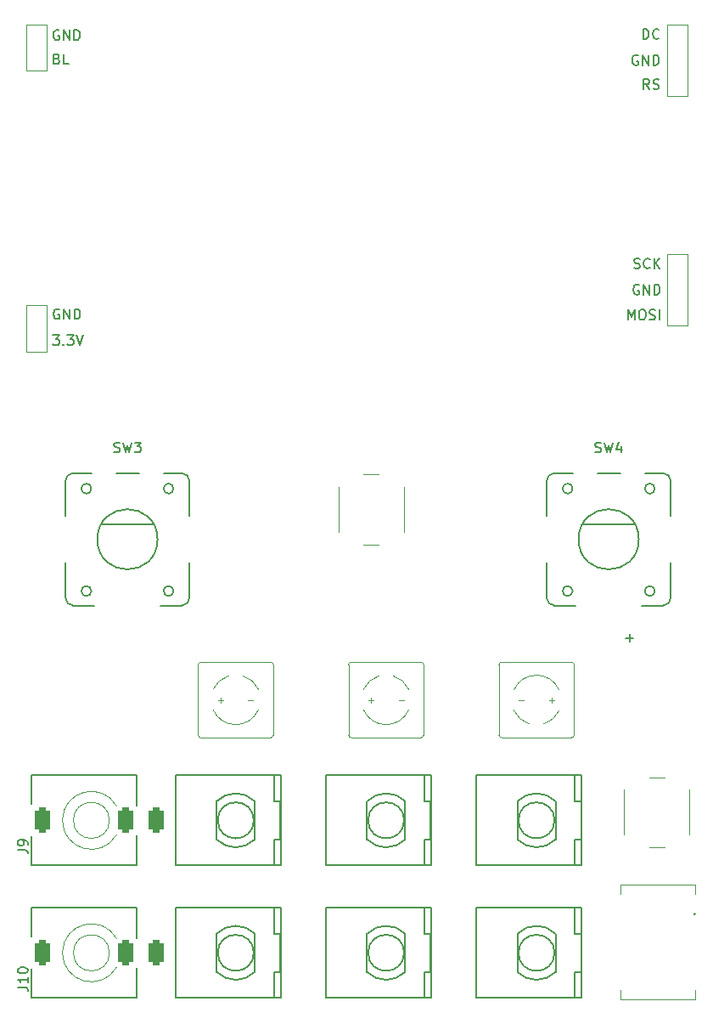
<source format=gbr>
%TF.GenerationSoftware,KiCad,Pcbnew,8.0.8*%
%TF.CreationDate,2025-04-14T15:03:00+01:00*%
%TF.ProjectId,oscar_components,6f736361-725f-4636-9f6d-706f6e656e74,rev?*%
%TF.SameCoordinates,Original*%
%TF.FileFunction,Legend,Top*%
%TF.FilePolarity,Positive*%
%FSLAX46Y46*%
G04 Gerber Fmt 4.6, Leading zero omitted, Abs format (unit mm)*
G04 Created by KiCad (PCBNEW 8.0.8) date 2025-04-14 15:03:00*
%MOMM*%
%LPD*%
G01*
G04 APERTURE LIST*
G04 Aperture macros list*
%AMRoundRect*
0 Rectangle with rounded corners*
0 $1 Rounding radius*
0 $2 $3 $4 $5 $6 $7 $8 $9 X,Y pos of 4 corners*
0 Add a 4 corners polygon primitive as box body*
4,1,4,$2,$3,$4,$5,$6,$7,$8,$9,$2,$3,0*
0 Add four circle primitives for the rounded corners*
1,1,$1+$1,$2,$3*
1,1,$1+$1,$4,$5*
1,1,$1+$1,$6,$7*
1,1,$1+$1,$8,$9*
0 Add four rect primitives between the rounded corners*
20,1,$1+$1,$2,$3,$4,$5,0*
20,1,$1+$1,$4,$5,$6,$7,0*
20,1,$1+$1,$6,$7,$8,$9,0*
20,1,$1+$1,$8,$9,$2,$3,0*%
G04 Aperture macros list end*
%ADD10C,0.150000*%
%ADD11C,0.200000*%
%ADD12C,0.120000*%
%ADD13C,0.100000*%
%ADD14C,2.500000*%
%ADD15R,1.000000X2.500000*%
%ADD16C,1.750000*%
%ADD17O,4.000000X4.000000*%
%ADD18R,1.500000X1.500000*%
%ADD19C,1.500000*%
%ADD20RoundRect,0.375000X0.375000X-0.925000X0.375000X0.925000X-0.375000X0.925000X-0.375000X-0.925000X0*%
%ADD21C,2.000000*%
%ADD22C,1.000000*%
%ADD23C,1.524000*%
%ADD24O,0.400000X0.600000*%
%ADD25R,1.400000X0.270000*%
%ADD26O,1.000000X1.500000*%
%ADD27R,1.700000X1.700000*%
%ADD28C,1.700000*%
%ADD29O,1.700000X1.700000*%
G04 APERTURE END LIST*
D10*
X160919048Y-113823866D02*
X161680953Y-113823866D01*
X161300000Y-114204819D02*
X161300000Y-113442914D01*
D11*
X157866667Y-95304600D02*
X158009524Y-95352219D01*
X158009524Y-95352219D02*
X158247619Y-95352219D01*
X158247619Y-95352219D02*
X158342857Y-95304600D01*
X158342857Y-95304600D02*
X158390476Y-95256980D01*
X158390476Y-95256980D02*
X158438095Y-95161742D01*
X158438095Y-95161742D02*
X158438095Y-95066504D01*
X158438095Y-95066504D02*
X158390476Y-94971266D01*
X158390476Y-94971266D02*
X158342857Y-94923647D01*
X158342857Y-94923647D02*
X158247619Y-94876028D01*
X158247619Y-94876028D02*
X158057143Y-94828409D01*
X158057143Y-94828409D02*
X157961905Y-94780790D01*
X157961905Y-94780790D02*
X157914286Y-94733171D01*
X157914286Y-94733171D02*
X157866667Y-94637933D01*
X157866667Y-94637933D02*
X157866667Y-94542695D01*
X157866667Y-94542695D02*
X157914286Y-94447457D01*
X157914286Y-94447457D02*
X157961905Y-94399838D01*
X157961905Y-94399838D02*
X158057143Y-94352219D01*
X158057143Y-94352219D02*
X158295238Y-94352219D01*
X158295238Y-94352219D02*
X158438095Y-94399838D01*
X158771429Y-94352219D02*
X159009524Y-95352219D01*
X159009524Y-95352219D02*
X159200000Y-94637933D01*
X159200000Y-94637933D02*
X159390476Y-95352219D01*
X159390476Y-95352219D02*
X159628572Y-94352219D01*
X160438095Y-94685552D02*
X160438095Y-95352219D01*
X160200000Y-94304600D02*
X159961905Y-95018885D01*
X159961905Y-95018885D02*
X160580952Y-95018885D01*
X109866667Y-95304600D02*
X110009524Y-95352219D01*
X110009524Y-95352219D02*
X110247619Y-95352219D01*
X110247619Y-95352219D02*
X110342857Y-95304600D01*
X110342857Y-95304600D02*
X110390476Y-95256980D01*
X110390476Y-95256980D02*
X110438095Y-95161742D01*
X110438095Y-95161742D02*
X110438095Y-95066504D01*
X110438095Y-95066504D02*
X110390476Y-94971266D01*
X110390476Y-94971266D02*
X110342857Y-94923647D01*
X110342857Y-94923647D02*
X110247619Y-94876028D01*
X110247619Y-94876028D02*
X110057143Y-94828409D01*
X110057143Y-94828409D02*
X109961905Y-94780790D01*
X109961905Y-94780790D02*
X109914286Y-94733171D01*
X109914286Y-94733171D02*
X109866667Y-94637933D01*
X109866667Y-94637933D02*
X109866667Y-94542695D01*
X109866667Y-94542695D02*
X109914286Y-94447457D01*
X109914286Y-94447457D02*
X109961905Y-94399838D01*
X109961905Y-94399838D02*
X110057143Y-94352219D01*
X110057143Y-94352219D02*
X110295238Y-94352219D01*
X110295238Y-94352219D02*
X110438095Y-94399838D01*
X110771429Y-94352219D02*
X111009524Y-95352219D01*
X111009524Y-95352219D02*
X111200000Y-94637933D01*
X111200000Y-94637933D02*
X111390476Y-95352219D01*
X111390476Y-95352219D02*
X111628572Y-94352219D01*
X111914286Y-94352219D02*
X112533333Y-94352219D01*
X112533333Y-94352219D02*
X112200000Y-94733171D01*
X112200000Y-94733171D02*
X112342857Y-94733171D01*
X112342857Y-94733171D02*
X112438095Y-94780790D01*
X112438095Y-94780790D02*
X112485714Y-94828409D01*
X112485714Y-94828409D02*
X112533333Y-94923647D01*
X112533333Y-94923647D02*
X112533333Y-95161742D01*
X112533333Y-95161742D02*
X112485714Y-95256980D01*
X112485714Y-95256980D02*
X112438095Y-95304600D01*
X112438095Y-95304600D02*
X112342857Y-95352219D01*
X112342857Y-95352219D02*
X112057143Y-95352219D01*
X112057143Y-95352219D02*
X111961905Y-95304600D01*
X111961905Y-95304600D02*
X111914286Y-95256980D01*
D10*
X161741792Y-76967200D02*
X161884649Y-77014819D01*
X161884649Y-77014819D02*
X162122744Y-77014819D01*
X162122744Y-77014819D02*
X162217982Y-76967200D01*
X162217982Y-76967200D02*
X162265601Y-76919580D01*
X162265601Y-76919580D02*
X162313220Y-76824342D01*
X162313220Y-76824342D02*
X162313220Y-76729104D01*
X162313220Y-76729104D02*
X162265601Y-76633866D01*
X162265601Y-76633866D02*
X162217982Y-76586247D01*
X162217982Y-76586247D02*
X162122744Y-76538628D01*
X162122744Y-76538628D02*
X161932268Y-76491009D01*
X161932268Y-76491009D02*
X161837030Y-76443390D01*
X161837030Y-76443390D02*
X161789411Y-76395771D01*
X161789411Y-76395771D02*
X161741792Y-76300533D01*
X161741792Y-76300533D02*
X161741792Y-76205295D01*
X161741792Y-76205295D02*
X161789411Y-76110057D01*
X161789411Y-76110057D02*
X161837030Y-76062438D01*
X161837030Y-76062438D02*
X161932268Y-76014819D01*
X161932268Y-76014819D02*
X162170363Y-76014819D01*
X162170363Y-76014819D02*
X162313220Y-76062438D01*
X163313220Y-76919580D02*
X163265601Y-76967200D01*
X163265601Y-76967200D02*
X163122744Y-77014819D01*
X163122744Y-77014819D02*
X163027506Y-77014819D01*
X163027506Y-77014819D02*
X162884649Y-76967200D01*
X162884649Y-76967200D02*
X162789411Y-76871961D01*
X162789411Y-76871961D02*
X162741792Y-76776723D01*
X162741792Y-76776723D02*
X162694173Y-76586247D01*
X162694173Y-76586247D02*
X162694173Y-76443390D01*
X162694173Y-76443390D02*
X162741792Y-76252914D01*
X162741792Y-76252914D02*
X162789411Y-76157676D01*
X162789411Y-76157676D02*
X162884649Y-76062438D01*
X162884649Y-76062438D02*
X163027506Y-76014819D01*
X163027506Y-76014819D02*
X163122744Y-76014819D01*
X163122744Y-76014819D02*
X163265601Y-76062438D01*
X163265601Y-76062438D02*
X163313220Y-76110057D01*
X163741792Y-77014819D02*
X163741792Y-76014819D01*
X164313220Y-77014819D02*
X163884649Y-76443390D01*
X164313220Y-76014819D02*
X163741792Y-76586247D01*
X162112969Y-55802438D02*
X162017731Y-55754819D01*
X162017731Y-55754819D02*
X161874874Y-55754819D01*
X161874874Y-55754819D02*
X161732017Y-55802438D01*
X161732017Y-55802438D02*
X161636779Y-55897676D01*
X161636779Y-55897676D02*
X161589160Y-55992914D01*
X161589160Y-55992914D02*
X161541541Y-56183390D01*
X161541541Y-56183390D02*
X161541541Y-56326247D01*
X161541541Y-56326247D02*
X161589160Y-56516723D01*
X161589160Y-56516723D02*
X161636779Y-56611961D01*
X161636779Y-56611961D02*
X161732017Y-56707200D01*
X161732017Y-56707200D02*
X161874874Y-56754819D01*
X161874874Y-56754819D02*
X161970112Y-56754819D01*
X161970112Y-56754819D02*
X162112969Y-56707200D01*
X162112969Y-56707200D02*
X162160588Y-56659580D01*
X162160588Y-56659580D02*
X162160588Y-56326247D01*
X162160588Y-56326247D02*
X161970112Y-56326247D01*
X162589160Y-56754819D02*
X162589160Y-55754819D01*
X162589160Y-55754819D02*
X163160588Y-56754819D01*
X163160588Y-56754819D02*
X163160588Y-55754819D01*
X163636779Y-56754819D02*
X163636779Y-55754819D01*
X163636779Y-55754819D02*
X163874874Y-55754819D01*
X163874874Y-55754819D02*
X164017731Y-55802438D01*
X164017731Y-55802438D02*
X164112969Y-55897676D01*
X164112969Y-55897676D02*
X164160588Y-55992914D01*
X164160588Y-55992914D02*
X164208207Y-56183390D01*
X164208207Y-56183390D02*
X164208207Y-56326247D01*
X164208207Y-56326247D02*
X164160588Y-56516723D01*
X164160588Y-56516723D02*
X164112969Y-56611961D01*
X164112969Y-56611961D02*
X164017731Y-56707200D01*
X164017731Y-56707200D02*
X163874874Y-56754819D01*
X163874874Y-56754819D02*
X163636779Y-56754819D01*
X162217982Y-78662438D02*
X162122744Y-78614819D01*
X162122744Y-78614819D02*
X161979887Y-78614819D01*
X161979887Y-78614819D02*
X161837030Y-78662438D01*
X161837030Y-78662438D02*
X161741792Y-78757676D01*
X161741792Y-78757676D02*
X161694173Y-78852914D01*
X161694173Y-78852914D02*
X161646554Y-79043390D01*
X161646554Y-79043390D02*
X161646554Y-79186247D01*
X161646554Y-79186247D02*
X161694173Y-79376723D01*
X161694173Y-79376723D02*
X161741792Y-79471961D01*
X161741792Y-79471961D02*
X161837030Y-79567200D01*
X161837030Y-79567200D02*
X161979887Y-79614819D01*
X161979887Y-79614819D02*
X162075125Y-79614819D01*
X162075125Y-79614819D02*
X162217982Y-79567200D01*
X162217982Y-79567200D02*
X162265601Y-79519580D01*
X162265601Y-79519580D02*
X162265601Y-79186247D01*
X162265601Y-79186247D02*
X162075125Y-79186247D01*
X162694173Y-79614819D02*
X162694173Y-78614819D01*
X162694173Y-78614819D02*
X163265601Y-79614819D01*
X163265601Y-79614819D02*
X163265601Y-78614819D01*
X163741792Y-79614819D02*
X163741792Y-78614819D01*
X163741792Y-78614819D02*
X163979887Y-78614819D01*
X163979887Y-78614819D02*
X164122744Y-78662438D01*
X164122744Y-78662438D02*
X164217982Y-78757676D01*
X164217982Y-78757676D02*
X164265601Y-78852914D01*
X164265601Y-78852914D02*
X164313220Y-79043390D01*
X164313220Y-79043390D02*
X164313220Y-79186247D01*
X164313220Y-79186247D02*
X164265601Y-79376723D01*
X164265601Y-79376723D02*
X164217982Y-79471961D01*
X164217982Y-79471961D02*
X164122744Y-79567200D01*
X164122744Y-79567200D02*
X163979887Y-79614819D01*
X163979887Y-79614819D02*
X163741792Y-79614819D01*
X104386904Y-81102438D02*
X104291666Y-81054819D01*
X104291666Y-81054819D02*
X104148809Y-81054819D01*
X104148809Y-81054819D02*
X104005952Y-81102438D01*
X104005952Y-81102438D02*
X103910714Y-81197676D01*
X103910714Y-81197676D02*
X103863095Y-81292914D01*
X103863095Y-81292914D02*
X103815476Y-81483390D01*
X103815476Y-81483390D02*
X103815476Y-81626247D01*
X103815476Y-81626247D02*
X103863095Y-81816723D01*
X103863095Y-81816723D02*
X103910714Y-81911961D01*
X103910714Y-81911961D02*
X104005952Y-82007200D01*
X104005952Y-82007200D02*
X104148809Y-82054819D01*
X104148809Y-82054819D02*
X104244047Y-82054819D01*
X104244047Y-82054819D02*
X104386904Y-82007200D01*
X104386904Y-82007200D02*
X104434523Y-81959580D01*
X104434523Y-81959580D02*
X104434523Y-81626247D01*
X104434523Y-81626247D02*
X104244047Y-81626247D01*
X104863095Y-82054819D02*
X104863095Y-81054819D01*
X104863095Y-81054819D02*
X105434523Y-82054819D01*
X105434523Y-82054819D02*
X105434523Y-81054819D01*
X105910714Y-82054819D02*
X105910714Y-81054819D01*
X105910714Y-81054819D02*
X106148809Y-81054819D01*
X106148809Y-81054819D02*
X106291666Y-81102438D01*
X106291666Y-81102438D02*
X106386904Y-81197676D01*
X106386904Y-81197676D02*
X106434523Y-81292914D01*
X106434523Y-81292914D02*
X106482142Y-81483390D01*
X106482142Y-81483390D02*
X106482142Y-81626247D01*
X106482142Y-81626247D02*
X106434523Y-81816723D01*
X106434523Y-81816723D02*
X106386904Y-81911961D01*
X106386904Y-81911961D02*
X106291666Y-82007200D01*
X106291666Y-82007200D02*
X106148809Y-82054819D01*
X106148809Y-82054819D02*
X105910714Y-82054819D01*
X163255826Y-59154819D02*
X162922493Y-58678628D01*
X162684398Y-59154819D02*
X162684398Y-58154819D01*
X162684398Y-58154819D02*
X163065350Y-58154819D01*
X163065350Y-58154819D02*
X163160588Y-58202438D01*
X163160588Y-58202438D02*
X163208207Y-58250057D01*
X163208207Y-58250057D02*
X163255826Y-58345295D01*
X163255826Y-58345295D02*
X163255826Y-58488152D01*
X163255826Y-58488152D02*
X163208207Y-58583390D01*
X163208207Y-58583390D02*
X163160588Y-58631009D01*
X163160588Y-58631009D02*
X163065350Y-58678628D01*
X163065350Y-58678628D02*
X162684398Y-58678628D01*
X163636779Y-59107200D02*
X163779636Y-59154819D01*
X163779636Y-59154819D02*
X164017731Y-59154819D01*
X164017731Y-59154819D02*
X164112969Y-59107200D01*
X164112969Y-59107200D02*
X164160588Y-59059580D01*
X164160588Y-59059580D02*
X164208207Y-58964342D01*
X164208207Y-58964342D02*
X164208207Y-58869104D01*
X164208207Y-58869104D02*
X164160588Y-58773866D01*
X164160588Y-58773866D02*
X164112969Y-58726247D01*
X164112969Y-58726247D02*
X164017731Y-58678628D01*
X164017731Y-58678628D02*
X163827255Y-58631009D01*
X163827255Y-58631009D02*
X163732017Y-58583390D01*
X163732017Y-58583390D02*
X163684398Y-58535771D01*
X163684398Y-58535771D02*
X163636779Y-58440533D01*
X163636779Y-58440533D02*
X163636779Y-58345295D01*
X163636779Y-58345295D02*
X163684398Y-58250057D01*
X163684398Y-58250057D02*
X163732017Y-58202438D01*
X163732017Y-58202438D02*
X163827255Y-58154819D01*
X163827255Y-58154819D02*
X164065350Y-58154819D01*
X164065350Y-58154819D02*
X164208207Y-58202438D01*
X104360588Y-53302438D02*
X104265350Y-53254819D01*
X104265350Y-53254819D02*
X104122493Y-53254819D01*
X104122493Y-53254819D02*
X103979636Y-53302438D01*
X103979636Y-53302438D02*
X103884398Y-53397676D01*
X103884398Y-53397676D02*
X103836779Y-53492914D01*
X103836779Y-53492914D02*
X103789160Y-53683390D01*
X103789160Y-53683390D02*
X103789160Y-53826247D01*
X103789160Y-53826247D02*
X103836779Y-54016723D01*
X103836779Y-54016723D02*
X103884398Y-54111961D01*
X103884398Y-54111961D02*
X103979636Y-54207200D01*
X103979636Y-54207200D02*
X104122493Y-54254819D01*
X104122493Y-54254819D02*
X104217731Y-54254819D01*
X104217731Y-54254819D02*
X104360588Y-54207200D01*
X104360588Y-54207200D02*
X104408207Y-54159580D01*
X104408207Y-54159580D02*
X104408207Y-53826247D01*
X104408207Y-53826247D02*
X104217731Y-53826247D01*
X104836779Y-54254819D02*
X104836779Y-53254819D01*
X104836779Y-53254819D02*
X105408207Y-54254819D01*
X105408207Y-54254819D02*
X105408207Y-53254819D01*
X105884398Y-54254819D02*
X105884398Y-53254819D01*
X105884398Y-53254819D02*
X106122493Y-53254819D01*
X106122493Y-53254819D02*
X106265350Y-53302438D01*
X106265350Y-53302438D02*
X106360588Y-53397676D01*
X106360588Y-53397676D02*
X106408207Y-53492914D01*
X106408207Y-53492914D02*
X106455826Y-53683390D01*
X106455826Y-53683390D02*
X106455826Y-53826247D01*
X106455826Y-53826247D02*
X106408207Y-54016723D01*
X106408207Y-54016723D02*
X106360588Y-54111961D01*
X106360588Y-54111961D02*
X106265350Y-54207200D01*
X106265350Y-54207200D02*
X106122493Y-54254819D01*
X106122493Y-54254819D02*
X105884398Y-54254819D01*
X162636779Y-54154819D02*
X162636779Y-53154819D01*
X162636779Y-53154819D02*
X162874874Y-53154819D01*
X162874874Y-53154819D02*
X163017731Y-53202438D01*
X163017731Y-53202438D02*
X163112969Y-53297676D01*
X163112969Y-53297676D02*
X163160588Y-53392914D01*
X163160588Y-53392914D02*
X163208207Y-53583390D01*
X163208207Y-53583390D02*
X163208207Y-53726247D01*
X163208207Y-53726247D02*
X163160588Y-53916723D01*
X163160588Y-53916723D02*
X163112969Y-54011961D01*
X163112969Y-54011961D02*
X163017731Y-54107200D01*
X163017731Y-54107200D02*
X162874874Y-54154819D01*
X162874874Y-54154819D02*
X162636779Y-54154819D01*
X164208207Y-54059580D02*
X164160588Y-54107200D01*
X164160588Y-54107200D02*
X164017731Y-54154819D01*
X164017731Y-54154819D02*
X163922493Y-54154819D01*
X163922493Y-54154819D02*
X163779636Y-54107200D01*
X163779636Y-54107200D02*
X163684398Y-54011961D01*
X163684398Y-54011961D02*
X163636779Y-53916723D01*
X163636779Y-53916723D02*
X163589160Y-53726247D01*
X163589160Y-53726247D02*
X163589160Y-53583390D01*
X163589160Y-53583390D02*
X163636779Y-53392914D01*
X163636779Y-53392914D02*
X163684398Y-53297676D01*
X163684398Y-53297676D02*
X163779636Y-53202438D01*
X163779636Y-53202438D02*
X163922493Y-53154819D01*
X163922493Y-53154819D02*
X164017731Y-53154819D01*
X164017731Y-53154819D02*
X164160588Y-53202438D01*
X164160588Y-53202438D02*
X164208207Y-53250057D01*
X104170112Y-56131009D02*
X104312969Y-56178628D01*
X104312969Y-56178628D02*
X104360588Y-56226247D01*
X104360588Y-56226247D02*
X104408207Y-56321485D01*
X104408207Y-56321485D02*
X104408207Y-56464342D01*
X104408207Y-56464342D02*
X104360588Y-56559580D01*
X104360588Y-56559580D02*
X104312969Y-56607200D01*
X104312969Y-56607200D02*
X104217731Y-56654819D01*
X104217731Y-56654819D02*
X103836779Y-56654819D01*
X103836779Y-56654819D02*
X103836779Y-55654819D01*
X103836779Y-55654819D02*
X104170112Y-55654819D01*
X104170112Y-55654819D02*
X104265350Y-55702438D01*
X104265350Y-55702438D02*
X104312969Y-55750057D01*
X104312969Y-55750057D02*
X104360588Y-55845295D01*
X104360588Y-55845295D02*
X104360588Y-55940533D01*
X104360588Y-55940533D02*
X104312969Y-56035771D01*
X104312969Y-56035771D02*
X104265350Y-56083390D01*
X104265350Y-56083390D02*
X104170112Y-56131009D01*
X104170112Y-56131009D02*
X103836779Y-56131009D01*
X105312969Y-56654819D02*
X104836779Y-56654819D01*
X104836779Y-56654819D02*
X104836779Y-55654819D01*
X161122745Y-82114819D02*
X161122745Y-81114819D01*
X161122745Y-81114819D02*
X161456078Y-81829104D01*
X161456078Y-81829104D02*
X161789411Y-81114819D01*
X161789411Y-81114819D02*
X161789411Y-82114819D01*
X162456078Y-81114819D02*
X162646554Y-81114819D01*
X162646554Y-81114819D02*
X162741792Y-81162438D01*
X162741792Y-81162438D02*
X162837030Y-81257676D01*
X162837030Y-81257676D02*
X162884649Y-81448152D01*
X162884649Y-81448152D02*
X162884649Y-81781485D01*
X162884649Y-81781485D02*
X162837030Y-81971961D01*
X162837030Y-81971961D02*
X162741792Y-82067200D01*
X162741792Y-82067200D02*
X162646554Y-82114819D01*
X162646554Y-82114819D02*
X162456078Y-82114819D01*
X162456078Y-82114819D02*
X162360840Y-82067200D01*
X162360840Y-82067200D02*
X162265602Y-81971961D01*
X162265602Y-81971961D02*
X162217983Y-81781485D01*
X162217983Y-81781485D02*
X162217983Y-81448152D01*
X162217983Y-81448152D02*
X162265602Y-81257676D01*
X162265602Y-81257676D02*
X162360840Y-81162438D01*
X162360840Y-81162438D02*
X162456078Y-81114819D01*
X163265602Y-82067200D02*
X163408459Y-82114819D01*
X163408459Y-82114819D02*
X163646554Y-82114819D01*
X163646554Y-82114819D02*
X163741792Y-82067200D01*
X163741792Y-82067200D02*
X163789411Y-82019580D01*
X163789411Y-82019580D02*
X163837030Y-81924342D01*
X163837030Y-81924342D02*
X163837030Y-81829104D01*
X163837030Y-81829104D02*
X163789411Y-81733866D01*
X163789411Y-81733866D02*
X163741792Y-81686247D01*
X163741792Y-81686247D02*
X163646554Y-81638628D01*
X163646554Y-81638628D02*
X163456078Y-81591009D01*
X163456078Y-81591009D02*
X163360840Y-81543390D01*
X163360840Y-81543390D02*
X163313221Y-81495771D01*
X163313221Y-81495771D02*
X163265602Y-81400533D01*
X163265602Y-81400533D02*
X163265602Y-81305295D01*
X163265602Y-81305295D02*
X163313221Y-81210057D01*
X163313221Y-81210057D02*
X163360840Y-81162438D01*
X163360840Y-81162438D02*
X163456078Y-81114819D01*
X163456078Y-81114819D02*
X163694173Y-81114819D01*
X163694173Y-81114819D02*
X163837030Y-81162438D01*
X164265602Y-82114819D02*
X164265602Y-81114819D01*
X103767857Y-83654819D02*
X104386904Y-83654819D01*
X104386904Y-83654819D02*
X104053571Y-84035771D01*
X104053571Y-84035771D02*
X104196428Y-84035771D01*
X104196428Y-84035771D02*
X104291666Y-84083390D01*
X104291666Y-84083390D02*
X104339285Y-84131009D01*
X104339285Y-84131009D02*
X104386904Y-84226247D01*
X104386904Y-84226247D02*
X104386904Y-84464342D01*
X104386904Y-84464342D02*
X104339285Y-84559580D01*
X104339285Y-84559580D02*
X104291666Y-84607200D01*
X104291666Y-84607200D02*
X104196428Y-84654819D01*
X104196428Y-84654819D02*
X103910714Y-84654819D01*
X103910714Y-84654819D02*
X103815476Y-84607200D01*
X103815476Y-84607200D02*
X103767857Y-84559580D01*
X104815476Y-84559580D02*
X104863095Y-84607200D01*
X104863095Y-84607200D02*
X104815476Y-84654819D01*
X104815476Y-84654819D02*
X104767857Y-84607200D01*
X104767857Y-84607200D02*
X104815476Y-84559580D01*
X104815476Y-84559580D02*
X104815476Y-84654819D01*
X105196428Y-83654819D02*
X105815475Y-83654819D01*
X105815475Y-83654819D02*
X105482142Y-84035771D01*
X105482142Y-84035771D02*
X105624999Y-84035771D01*
X105624999Y-84035771D02*
X105720237Y-84083390D01*
X105720237Y-84083390D02*
X105767856Y-84131009D01*
X105767856Y-84131009D02*
X105815475Y-84226247D01*
X105815475Y-84226247D02*
X105815475Y-84464342D01*
X105815475Y-84464342D02*
X105767856Y-84559580D01*
X105767856Y-84559580D02*
X105720237Y-84607200D01*
X105720237Y-84607200D02*
X105624999Y-84654819D01*
X105624999Y-84654819D02*
X105339285Y-84654819D01*
X105339285Y-84654819D02*
X105244047Y-84607200D01*
X105244047Y-84607200D02*
X105196428Y-84559580D01*
X106101190Y-83654819D02*
X106434523Y-84654819D01*
X106434523Y-84654819D02*
X106767856Y-83654819D01*
X100254819Y-134933333D02*
X100969104Y-134933333D01*
X100969104Y-134933333D02*
X101111961Y-134980952D01*
X101111961Y-134980952D02*
X101207200Y-135076190D01*
X101207200Y-135076190D02*
X101254819Y-135219047D01*
X101254819Y-135219047D02*
X101254819Y-135314285D01*
X101254819Y-134409523D02*
X101254819Y-134219047D01*
X101254819Y-134219047D02*
X101207200Y-134123809D01*
X101207200Y-134123809D02*
X101159580Y-134076190D01*
X101159580Y-134076190D02*
X101016723Y-133980952D01*
X101016723Y-133980952D02*
X100826247Y-133933333D01*
X100826247Y-133933333D02*
X100445295Y-133933333D01*
X100445295Y-133933333D02*
X100350057Y-133980952D01*
X100350057Y-133980952D02*
X100302438Y-134028571D01*
X100302438Y-134028571D02*
X100254819Y-134123809D01*
X100254819Y-134123809D02*
X100254819Y-134314285D01*
X100254819Y-134314285D02*
X100302438Y-134409523D01*
X100302438Y-134409523D02*
X100350057Y-134457142D01*
X100350057Y-134457142D02*
X100445295Y-134504761D01*
X100445295Y-134504761D02*
X100683390Y-134504761D01*
X100683390Y-134504761D02*
X100778628Y-134457142D01*
X100778628Y-134457142D02*
X100826247Y-134409523D01*
X100826247Y-134409523D02*
X100873866Y-134314285D01*
X100873866Y-134314285D02*
X100873866Y-134123809D01*
X100873866Y-134123809D02*
X100826247Y-134028571D01*
X100826247Y-134028571D02*
X100778628Y-133980952D01*
X100778628Y-133980952D02*
X100683390Y-133933333D01*
X100254819Y-148609523D02*
X100969104Y-148609523D01*
X100969104Y-148609523D02*
X101111961Y-148657142D01*
X101111961Y-148657142D02*
X101207200Y-148752380D01*
X101207200Y-148752380D02*
X101254819Y-148895237D01*
X101254819Y-148895237D02*
X101254819Y-148990475D01*
X101254819Y-147609523D02*
X101254819Y-148180951D01*
X101254819Y-147895237D02*
X100254819Y-147895237D01*
X100254819Y-147895237D02*
X100397676Y-147990475D01*
X100397676Y-147990475D02*
X100492914Y-148085713D01*
X100492914Y-148085713D02*
X100540533Y-148180951D01*
X100254819Y-146990475D02*
X100254819Y-146895237D01*
X100254819Y-146895237D02*
X100302438Y-146799999D01*
X100302438Y-146799999D02*
X100350057Y-146752380D01*
X100350057Y-146752380D02*
X100445295Y-146704761D01*
X100445295Y-146704761D02*
X100635771Y-146657142D01*
X100635771Y-146657142D02*
X100873866Y-146657142D01*
X100873866Y-146657142D02*
X101064342Y-146704761D01*
X101064342Y-146704761D02*
X101159580Y-146752380D01*
X101159580Y-146752380D02*
X101207200Y-146799999D01*
X101207200Y-146799999D02*
X101254819Y-146895237D01*
X101254819Y-146895237D02*
X101254819Y-146990475D01*
X101254819Y-146990475D02*
X101207200Y-147085713D01*
X101207200Y-147085713D02*
X101159580Y-147133332D01*
X101159580Y-147133332D02*
X101064342Y-147180951D01*
X101064342Y-147180951D02*
X100873866Y-147228570D01*
X100873866Y-147228570D02*
X100635771Y-147228570D01*
X100635771Y-147228570D02*
X100445295Y-147180951D01*
X100445295Y-147180951D02*
X100350057Y-147133332D01*
X100350057Y-147133332D02*
X100302438Y-147085713D01*
X100302438Y-147085713D02*
X100254819Y-146990475D01*
%TO.C,J4*%
X116000000Y-127500000D02*
X126500000Y-127500000D01*
X116000000Y-136500000D02*
X116000000Y-127500000D01*
X116000000Y-136500000D02*
X126500000Y-136500000D01*
X120095000Y-133905000D02*
X120095000Y-130095000D01*
X123905000Y-130095000D02*
X123905000Y-133905000D01*
X125810000Y-130095000D02*
X125810000Y-127555000D01*
X125810000Y-133905000D02*
X126445000Y-133905000D01*
X125810000Y-136445000D02*
X125810000Y-133905000D01*
X126445000Y-130095000D02*
X125810000Y-130095000D01*
X126445000Y-133905000D02*
X126445000Y-130095000D01*
X126500000Y-136500000D02*
X126500000Y-127500000D01*
X120095000Y-130095000D02*
G75*
G02*
X123905000Y-130095000I1905000J-1905000D01*
G01*
X123905000Y-133905000D02*
G75*
G02*
X120095000Y-133905000I-1905000J1904999D01*
G01*
X123796051Y-132000000D02*
G75*
G02*
X120203949Y-132000000I-1796051J0D01*
G01*
X120203949Y-132000000D02*
G75*
G02*
X123796051Y-132000000I1796051J0D01*
G01*
%TO.C,J5*%
X131000000Y-127500000D02*
X141500000Y-127500000D01*
X131000000Y-136500000D02*
X131000000Y-127500000D01*
X131000000Y-136500000D02*
X141500000Y-136500000D01*
X135095000Y-133905000D02*
X135095000Y-130095000D01*
X138905000Y-130095000D02*
X138905000Y-133905000D01*
X140810000Y-130095000D02*
X140810000Y-127555000D01*
X140810000Y-133905000D02*
X141445000Y-133905000D01*
X140810000Y-136445000D02*
X140810000Y-133905000D01*
X141445000Y-130095000D02*
X140810000Y-130095000D01*
X141445000Y-133905000D02*
X141445000Y-130095000D01*
X141500000Y-136500000D02*
X141500000Y-127500000D01*
X135095000Y-130095000D02*
G75*
G02*
X138905000Y-130095000I1905000J-1905000D01*
G01*
X138905000Y-133905000D02*
G75*
G02*
X135095000Y-133905000I-1905000J1904999D01*
G01*
X138796051Y-132000000D02*
G75*
G02*
X135203949Y-132000000I-1796051J0D01*
G01*
X135203949Y-132000000D02*
G75*
G02*
X138796051Y-132000000I1796051J0D01*
G01*
%TO.C,J7*%
X116000000Y-140700000D02*
X126500000Y-140700000D01*
X116000000Y-149700000D02*
X116000000Y-140700000D01*
X116000000Y-149700000D02*
X126500000Y-149700000D01*
X120095000Y-147105000D02*
X120095000Y-143295000D01*
X123905000Y-143295000D02*
X123905000Y-147105000D01*
X125810000Y-143295000D02*
X125810000Y-140755000D01*
X125810000Y-147105000D02*
X126445000Y-147105000D01*
X125810000Y-149645000D02*
X125810000Y-147105000D01*
X126445000Y-143295000D02*
X125810000Y-143295000D01*
X126445000Y-147105000D02*
X126445000Y-143295000D01*
X126500000Y-149700000D02*
X126500000Y-140700000D01*
X120095000Y-143295000D02*
G75*
G02*
X123905000Y-143295000I1905000J-1905000D01*
G01*
X123905000Y-147105000D02*
G75*
G02*
X120095000Y-147105000I-1905000J1904999D01*
G01*
X123796051Y-145200000D02*
G75*
G02*
X120203949Y-145200000I-1796051J0D01*
G01*
X120203949Y-145200000D02*
G75*
G02*
X123796051Y-145200000I1796051J0D01*
G01*
%TO.C,J8*%
X131000000Y-140700000D02*
X141500000Y-140700000D01*
X131000000Y-149700000D02*
X131000000Y-140700000D01*
X131000000Y-149700000D02*
X141500000Y-149700000D01*
X135095000Y-147105000D02*
X135095000Y-143295000D01*
X138905000Y-143295000D02*
X138905000Y-147105000D01*
X140810000Y-143295000D02*
X140810000Y-140755000D01*
X140810000Y-147105000D02*
X141445000Y-147105000D01*
X140810000Y-149645000D02*
X140810000Y-147105000D01*
X141445000Y-143295000D02*
X140810000Y-143295000D01*
X141445000Y-147105000D02*
X141445000Y-143295000D01*
X141500000Y-149700000D02*
X141500000Y-140700000D01*
X135095000Y-143295000D02*
G75*
G02*
X138905000Y-143295000I1905000J-1905000D01*
G01*
X138905000Y-147105000D02*
G75*
G02*
X135095000Y-147105000I-1905000J1904999D01*
G01*
X138796051Y-145200000D02*
G75*
G02*
X135203949Y-145200000I-1796051J0D01*
G01*
X135203949Y-145200000D02*
G75*
G02*
X138796051Y-145200000I1796051J0D01*
G01*
%TO.C,J6*%
X146000000Y-140700000D02*
X156500000Y-140700000D01*
X146000000Y-149700000D02*
X146000000Y-140700000D01*
X146000000Y-149700000D02*
X156500000Y-149700000D01*
X150095000Y-147105000D02*
X150095000Y-143295000D01*
X153905000Y-143295000D02*
X153905000Y-147105000D01*
X155810000Y-143295000D02*
X155810000Y-140755000D01*
X155810000Y-147105000D02*
X156445000Y-147105000D01*
X155810000Y-149645000D02*
X155810000Y-147105000D01*
X156445000Y-143295000D02*
X155810000Y-143295000D01*
X156445000Y-147105000D02*
X156445000Y-143295000D01*
X156500000Y-149700000D02*
X156500000Y-140700000D01*
X150095000Y-143295000D02*
G75*
G02*
X153905000Y-143295000I1905000J-1905000D01*
G01*
X153905000Y-147105000D02*
G75*
G02*
X150095000Y-147105000I-1905000J1904999D01*
G01*
X153796051Y-145200000D02*
G75*
G02*
X150203949Y-145200000I-1796051J0D01*
G01*
X150203949Y-145200000D02*
G75*
G02*
X153796051Y-145200000I1796051J0D01*
G01*
D11*
%TO.C,SW4*%
X153000000Y-101700000D02*
X153000000Y-98200000D01*
X153000000Y-109800000D02*
X153000000Y-106300000D01*
X153800000Y-97400000D02*
X155600000Y-97400000D01*
X153800000Y-110600000D02*
X155900000Y-110600000D01*
X156600000Y-102500000D02*
X161800000Y-102500000D01*
X158050000Y-97400000D02*
X160400000Y-97400000D01*
X162500000Y-110600000D02*
X164600000Y-110600000D01*
X162800000Y-97400000D02*
X164600000Y-97400000D01*
X165400000Y-98200000D02*
X165400000Y-101700000D01*
X165400000Y-106300000D02*
X165400000Y-109800000D01*
X153000000Y-98200000D02*
G75*
G02*
X153800000Y-97400000I800001J-1D01*
G01*
X153800000Y-110600000D02*
G75*
G02*
X153000000Y-109800000I1J800001D01*
G01*
X164600000Y-97400000D02*
G75*
G02*
X165400000Y-98200000I0J-800000D01*
G01*
X165400000Y-109800000D02*
G75*
G02*
X164600000Y-110600000I-800000J0D01*
G01*
X155600000Y-98950000D02*
G75*
G02*
X154600000Y-98950000I-500000J0D01*
G01*
X154600000Y-98950000D02*
G75*
G02*
X155600000Y-98950000I500000J0D01*
G01*
X155600000Y-109150000D02*
G75*
G02*
X154600000Y-109150000I-500000J0D01*
G01*
X154600000Y-109150000D02*
G75*
G02*
X155600000Y-109150000I500000J0D01*
G01*
X162200000Y-104000000D02*
G75*
G02*
X156200000Y-104000000I-3000000J0D01*
G01*
X156200000Y-104000000D02*
G75*
G02*
X162200000Y-104000000I3000000J0D01*
G01*
X163800000Y-98950000D02*
G75*
G02*
X162800000Y-98950000I-500000J0D01*
G01*
X162800000Y-98950000D02*
G75*
G02*
X163800000Y-98950000I500000J0D01*
G01*
X163800000Y-109150000D02*
G75*
G02*
X162800000Y-109150000I-500000J0D01*
G01*
X162800000Y-109150000D02*
G75*
G02*
X163800000Y-109150000I500000J0D01*
G01*
%TO.C,SW3*%
X105000000Y-101700000D02*
X105000000Y-98200000D01*
X105000000Y-109800000D02*
X105000000Y-106300000D01*
X105800000Y-97400000D02*
X107600000Y-97400000D01*
X105800000Y-110600000D02*
X107900000Y-110600000D01*
X108600000Y-102500000D02*
X113800000Y-102500000D01*
X110050000Y-97400000D02*
X112400000Y-97400000D01*
X114500000Y-110600000D02*
X116600000Y-110600000D01*
X114800000Y-97400000D02*
X116600000Y-97400000D01*
X117400000Y-98200000D02*
X117400000Y-101700000D01*
X117400000Y-106300000D02*
X117400000Y-109800000D01*
X105000000Y-98200000D02*
G75*
G02*
X105800000Y-97400000I800001J-1D01*
G01*
X105800000Y-110600000D02*
G75*
G02*
X105000000Y-109800000I1J800001D01*
G01*
X116600000Y-97400000D02*
G75*
G02*
X117400000Y-98200000I0J-800000D01*
G01*
X117400000Y-109800000D02*
G75*
G02*
X116600000Y-110600000I-800000J0D01*
G01*
X107600000Y-98950000D02*
G75*
G02*
X106600000Y-98950000I-500000J0D01*
G01*
X106600000Y-98950000D02*
G75*
G02*
X107600000Y-98950000I500000J0D01*
G01*
X107600000Y-109150000D02*
G75*
G02*
X106600000Y-109150000I-500000J0D01*
G01*
X106600000Y-109150000D02*
G75*
G02*
X107600000Y-109150000I500000J0D01*
G01*
X114200000Y-104000000D02*
G75*
G02*
X108200000Y-104000000I-3000000J0D01*
G01*
X108200000Y-104000000D02*
G75*
G02*
X114200000Y-104000000I3000000J0D01*
G01*
X115800000Y-98950000D02*
G75*
G02*
X114800000Y-98950000I-500000J0D01*
G01*
X114800000Y-98950000D02*
G75*
G02*
X115800000Y-98950000I500000J0D01*
G01*
X115800000Y-109150000D02*
G75*
G02*
X114800000Y-109150000I-500000J0D01*
G01*
X114800000Y-109150000D02*
G75*
G02*
X115800000Y-109150000I500000J0D01*
G01*
%TO.C,U2*%
D12*
X101100000Y-52700000D02*
X103100000Y-52700000D01*
X103100000Y-57300000D01*
X101100000Y-57300000D01*
X101100000Y-52700000D01*
X101100000Y-80700000D02*
X103100000Y-80700000D01*
X103100000Y-85300000D01*
X101100000Y-85300000D01*
X101100000Y-80700000D01*
X165000000Y-52700000D02*
X167100000Y-52700000D01*
X167100000Y-59800000D01*
X165000000Y-59800000D01*
X165000000Y-52700000D01*
X165000000Y-75600000D02*
X167100000Y-75600000D01*
X167100000Y-82700000D01*
X165000000Y-82700000D01*
X165000000Y-75600000D01*
D10*
%TO.C,J3*%
X146000000Y-127500000D02*
X156500000Y-127500000D01*
X146000000Y-136500000D02*
X146000000Y-127500000D01*
X146000000Y-136500000D02*
X156500000Y-136500000D01*
X150095000Y-133905000D02*
X150095000Y-130095000D01*
X153905000Y-130095000D02*
X153905000Y-133905000D01*
X155810000Y-130095000D02*
X155810000Y-127555000D01*
X155810000Y-133905000D02*
X156445000Y-133905000D01*
X155810000Y-136445000D02*
X155810000Y-133905000D01*
X156445000Y-130095000D02*
X155810000Y-130095000D01*
X156445000Y-133905000D02*
X156445000Y-130095000D01*
X156500000Y-136500000D02*
X156500000Y-127500000D01*
X150095000Y-130095000D02*
G75*
G02*
X153905000Y-130095000I1905000J-1905000D01*
G01*
X153905000Y-133905000D02*
G75*
G02*
X150095000Y-133905000I-1905000J1904999D01*
G01*
X153796051Y-132000000D02*
G75*
G02*
X150203949Y-132000000I-1796051J0D01*
G01*
X150203949Y-132000000D02*
G75*
G02*
X153796051Y-132000000I1796051J0D01*
G01*
D11*
%TO.C,J9*%
X101600000Y-130400000D02*
X101600000Y-127500000D01*
X101600000Y-136500000D02*
X101600000Y-133600000D01*
X112100000Y-127500000D02*
X101600000Y-127500000D01*
X112100000Y-130500000D02*
X112100000Y-127500000D01*
X112100000Y-136500000D02*
X101600000Y-136500000D01*
X112100000Y-136500000D02*
X112100000Y-133500000D01*
D12*
X110100000Y-133450000D02*
G75*
G02*
X110126375Y-130596458I-2498381J1449985D01*
G01*
X109400000Y-132000000D02*
G75*
G02*
X105800000Y-132000000I-1800000J0D01*
G01*
X105800000Y-132000000D02*
G75*
G02*
X109400000Y-132000000I1800000J0D01*
G01*
%TO.C,SW1*%
X160750000Y-128950000D02*
X160750000Y-133450000D01*
X163250000Y-134700000D02*
X164750000Y-134700000D01*
X164750000Y-127700000D02*
X163250000Y-127700000D01*
X167250000Y-133450000D02*
X167250000Y-128950000D01*
D13*
%TO.C,BTN2*%
X133250000Y-116500000D02*
X133250000Y-123500000D01*
X133500000Y-123750000D02*
X140500000Y-123750000D01*
X135500000Y-120250000D02*
X135500000Y-119750000D01*
X135750000Y-120000000D02*
X135250000Y-120000000D01*
X138750000Y-120000000D02*
X138250000Y-120000000D01*
X140500000Y-116250000D02*
X133500000Y-116250000D01*
X140750000Y-123500000D02*
X140750000Y-116500000D01*
X133250000Y-116500000D02*
G75*
G02*
X133500000Y-116250000I250000J0D01*
G01*
X133500000Y-123750000D02*
G75*
G02*
X133250000Y-123500000I0J250000D01*
G01*
X134726620Y-118958970D02*
G75*
G02*
X136300000Y-117599583I2273380J-1041030D01*
G01*
X137700000Y-117600000D02*
G75*
G02*
X139281044Y-118976849I-700000J-2400000D01*
G01*
X139250000Y-121000000D02*
G75*
G02*
X134736868Y-120969914I-2250000J999999D01*
G01*
X140500000Y-116250000D02*
G75*
G02*
X140750000Y-116500000I1J-249999D01*
G01*
X140750000Y-123500000D02*
G75*
G02*
X140500000Y-123750000I-249999J-1D01*
G01*
%TO.C,BTN3*%
X148250000Y-116500000D02*
X148250000Y-123500000D01*
X148500000Y-123750000D02*
X155500000Y-123750000D01*
X150250000Y-120000000D02*
X150750000Y-120000000D01*
X153250000Y-120000000D02*
X153750000Y-120000000D01*
X153500000Y-119750000D02*
X153500000Y-120250000D01*
X155500000Y-116250000D02*
X148500000Y-116250000D01*
X155750000Y-123500000D02*
X155750000Y-116500000D01*
X148250000Y-116500000D02*
G75*
G02*
X148500000Y-116250000I249999J1D01*
G01*
X148500000Y-123750000D02*
G75*
G02*
X148250000Y-123500000I-1J249999D01*
G01*
X149750000Y-119000000D02*
G75*
G02*
X154263132Y-119030086I2250000J-999999D01*
G01*
X151300000Y-122400000D02*
G75*
G02*
X149718956Y-121023151I700000J2400000D01*
G01*
X154273380Y-121041030D02*
G75*
G02*
X152700000Y-122400417I-2273380J1041030D01*
G01*
X155500000Y-116250000D02*
G75*
G02*
X155750000Y-116500000I0J-250000D01*
G01*
X155750000Y-123500000D02*
G75*
G02*
X155500000Y-123750000I-250000J0D01*
G01*
%TO.C,BTN1*%
X118250000Y-116500000D02*
X118250000Y-123500000D01*
X118500000Y-123750000D02*
X125500000Y-123750000D01*
X120500000Y-120250000D02*
X120500000Y-119750000D01*
X120750000Y-120000000D02*
X120250000Y-120000000D01*
X123750000Y-120000000D02*
X123250000Y-120000000D01*
X125500000Y-116250000D02*
X118500000Y-116250000D01*
X125750000Y-123500000D02*
X125750000Y-116500000D01*
X118250000Y-116500000D02*
G75*
G02*
X118500000Y-116250000I250000J0D01*
G01*
X118500000Y-123750000D02*
G75*
G02*
X118250000Y-123500000I0J250000D01*
G01*
X119726620Y-118958970D02*
G75*
G02*
X121300000Y-117599583I2273380J-1041030D01*
G01*
X122700000Y-117600000D02*
G75*
G02*
X124281044Y-118976849I-700000J-2400000D01*
G01*
X124250000Y-121000000D02*
G75*
G02*
X119736868Y-120969914I-2250000J999999D01*
G01*
X125500000Y-116250000D02*
G75*
G02*
X125750000Y-116500000I1J-249999D01*
G01*
X125750000Y-123500000D02*
G75*
G02*
X125500000Y-123750000I-249999J-1D01*
G01*
D12*
%TO.C,J11*%
X160400000Y-138400000D02*
X160400000Y-139300000D01*
X160400000Y-148900000D02*
X160400000Y-149800000D01*
X167800000Y-138400000D02*
X160400000Y-138400000D01*
X167800000Y-138400000D02*
X167800000Y-139300000D01*
X167800000Y-148900000D02*
X167800000Y-149800000D01*
X167800000Y-149800000D02*
X160400000Y-149800000D01*
X167861803Y-141350000D02*
G75*
G02*
X167638197Y-141350000I-111803J0D01*
G01*
X167638197Y-141350000D02*
G75*
G02*
X167861803Y-141350000I111803J0D01*
G01*
D11*
%TO.C,J10*%
X101600000Y-143600000D02*
X101600000Y-140700000D01*
X101600000Y-149700000D02*
X101600000Y-146800000D01*
X112100000Y-140700000D02*
X101600000Y-140700000D01*
X112100000Y-143700000D02*
X112100000Y-140700000D01*
X112100000Y-149700000D02*
X101600000Y-149700000D01*
X112100000Y-149700000D02*
X112100000Y-146700000D01*
D12*
X110100000Y-146650000D02*
G75*
G02*
X110126375Y-143796458I-2498381J1449985D01*
G01*
X109400000Y-145200000D02*
G75*
G02*
X105800000Y-145200000I-1800000J0D01*
G01*
X105800000Y-145200000D02*
G75*
G02*
X109400000Y-145200000I1800000J0D01*
G01*
%TO.C,SW2*%
X132250000Y-98750000D02*
X132250000Y-103250000D01*
X134750000Y-104500000D02*
X136250000Y-104500000D01*
X136250000Y-97500000D02*
X134750000Y-97500000D01*
X138750000Y-103250000D02*
X138750000Y-98750000D01*
%TD*%
%LPC*%
D11*
X147000000Y-50000000D02*
X155200000Y-50000000D01*
X155200000Y-58200000D01*
X147000000Y-58200000D01*
X147000000Y-50000000D01*
G36*
X147000000Y-50000000D02*
G01*
X155200000Y-50000000D01*
X155200000Y-58200000D01*
X147000000Y-58200000D01*
X147000000Y-50000000D01*
G37*
D14*
%TO.C,J4*%
X122000000Y-132000000D03*
D15*
X128480000Y-132000000D03*
X125380000Y-132000000D03*
X117080000Y-132000000D03*
%TD*%
D14*
%TO.C,J5*%
X137000000Y-132000000D03*
D15*
X143480000Y-132000000D03*
X140380000Y-132000000D03*
X132080000Y-132000000D03*
%TD*%
D14*
%TO.C,J7*%
X122000000Y-145200000D03*
D15*
X128480000Y-145200000D03*
X125380000Y-145200000D03*
X117080000Y-145200000D03*
%TD*%
D14*
%TO.C,J8*%
X137000000Y-145200000D03*
D15*
X143480000Y-145200000D03*
X140380000Y-145200000D03*
X132080000Y-145200000D03*
%TD*%
D14*
%TO.C,J6*%
X152000000Y-145200000D03*
D15*
X158480000Y-145200000D03*
X155380000Y-145200000D03*
X147080000Y-145200000D03*
%TD*%
D16*
%TO.C,SW4*%
X156700000Y-111500000D03*
X161700000Y-111500000D03*
X159200000Y-111500000D03*
X156700000Y-97000000D03*
X161700000Y-97000000D03*
D17*
X153000000Y-104000000D03*
X165400000Y-104000000D03*
%TD*%
D16*
%TO.C,SW3*%
X108700000Y-111500000D03*
X113700000Y-111500000D03*
X111200000Y-111500000D03*
X108700000Y-97000000D03*
X113700000Y-97000000D03*
D17*
X105000000Y-104000000D03*
X117400000Y-104000000D03*
%TD*%
D18*
%TO.C,U2*%
X166000000Y-53700000D03*
D19*
X166000000Y-56240000D03*
X166000000Y-58780000D03*
D18*
X166000000Y-76600000D03*
D19*
X166000000Y-79140000D03*
X166000000Y-81680000D03*
D18*
X102100000Y-53700000D03*
D19*
X102100000Y-56240000D03*
X102100000Y-81700000D03*
X102100000Y-84240000D03*
%TD*%
D14*
%TO.C,J3*%
X152000000Y-132000000D03*
D15*
X158480000Y-132000000D03*
X155380000Y-132000000D03*
X147080000Y-132000000D03*
%TD*%
D20*
%TO.C,J9*%
X110980000Y-132000000D03*
X114080000Y-132000000D03*
X102680000Y-132000000D03*
%TD*%
D21*
%TO.C,SW1*%
X166250000Y-127950000D03*
X166250000Y-134450000D03*
X161750000Y-127950000D03*
X161750000Y-134450000D03*
%TD*%
D22*
%TO.C,BTN2*%
X137000000Y-117460000D03*
D23*
X134460000Y-122540000D03*
X139540000Y-122540000D03*
X134460000Y-117460000D03*
X139540000Y-117460000D03*
X134300000Y-120000000D03*
X139700000Y-120000000D03*
%TD*%
D22*
%TO.C,BTN3*%
X152000000Y-122540000D03*
D23*
X154540000Y-117460000D03*
X149460000Y-117460000D03*
X154540000Y-122540000D03*
X149460000Y-122540000D03*
X154700000Y-120000000D03*
X149300000Y-120000000D03*
%TD*%
D21*
%TO.C,TP2*%
X110100000Y-60400000D03*
%TD*%
%TO.C,TP1*%
X105900000Y-60400000D03*
%TD*%
D22*
%TO.C,BTN1*%
X122000000Y-117460000D03*
D23*
X119460000Y-122540000D03*
X124540000Y-122540000D03*
X119460000Y-117460000D03*
X124540000Y-117460000D03*
X119300000Y-120000000D03*
X124700000Y-120000000D03*
%TD*%
D21*
%TO.C,TP4*%
X102000000Y-69200000D03*
%TD*%
%TO.C,TP3*%
X162300000Y-118600000D03*
%TD*%
%TO.C,TP5*%
X102000000Y-60400000D03*
%TD*%
D24*
%TO.C,J11*%
X164100000Y-140325000D03*
X164100000Y-147875000D03*
D25*
X166400000Y-141350000D03*
X166400000Y-141850000D03*
X166400000Y-142350000D03*
X166400000Y-142850000D03*
X166400000Y-143350000D03*
X166400000Y-143850000D03*
X166400000Y-144350000D03*
X166400000Y-144850000D03*
X166400000Y-145350000D03*
X166400000Y-145850000D03*
X166400000Y-146350000D03*
X166400000Y-146850000D03*
X161800000Y-146850000D03*
X161800000Y-146350000D03*
X161800000Y-145850000D03*
X161800000Y-145350000D03*
X161800000Y-144850000D03*
X161800000Y-144350000D03*
X161800000Y-143850000D03*
X161800000Y-143350000D03*
X161800000Y-142850000D03*
X161800000Y-142350000D03*
X161800000Y-141850000D03*
X161800000Y-141350000D03*
D26*
X167170000Y-140000000D03*
X161030000Y-140000000D03*
X167170000Y-148200000D03*
X161030000Y-148200000D03*
%TD*%
D20*
%TO.C,J10*%
X110980000Y-145200000D03*
X114080000Y-145200000D03*
X102680000Y-145200000D03*
%TD*%
D21*
%TO.C,SW2*%
X133250000Y-104250000D03*
X133250000Y-97750000D03*
X137750000Y-104250000D03*
X137750000Y-97750000D03*
%TD*%
D27*
%TO.C,J1*%
X166200000Y-63600000D03*
D28*
X166200000Y-66140000D03*
X166200000Y-68680000D03*
X166200000Y-71220000D03*
%TD*%
D27*
%TO.C,J2*%
X120300000Y-56025000D03*
D28*
X120300000Y-58565000D03*
X122840000Y-56025000D03*
X122840000Y-58565000D03*
X125380000Y-56025000D03*
X125380000Y-58565000D03*
X127920000Y-56025000D03*
X127920000Y-58565000D03*
X130460000Y-56025000D03*
X130460000Y-58565000D03*
%TD*%
D27*
%TO.C,J12*%
X166000000Y-92825000D03*
D29*
X166000000Y-90285000D03*
X166000000Y-87745000D03*
%TD*%
%LPD*%
M02*

</source>
